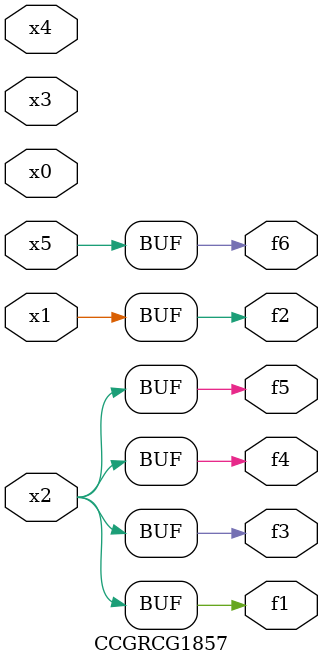
<source format=v>
module CCGRCG1857(
	input x0, x1, x2, x3, x4, x5,
	output f1, f2, f3, f4, f5, f6
);
	assign f1 = x2;
	assign f2 = x1;
	assign f3 = x2;
	assign f4 = x2;
	assign f5 = x2;
	assign f6 = x5;
endmodule

</source>
